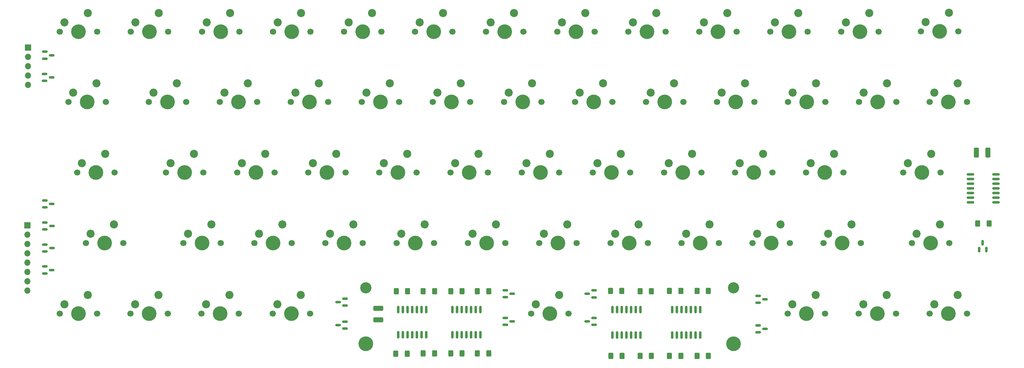
<source format=gbs>
G04 #@! TF.GenerationSoftware,KiCad,Pcbnew,6.0.11+dfsg-1*
G04 #@! TF.CreationDate,2025-04-29T08:55:15+02:00*
G04 #@! TF.ProjectId,zx-cherry-keyboard,7a782d63-6865-4727-9279-2d6b6579626f,1.1*
G04 #@! TF.SameCoordinates,Original*
G04 #@! TF.FileFunction,Soldermask,Bot*
G04 #@! TF.FilePolarity,Negative*
%FSLAX46Y46*%
G04 Gerber Fmt 4.6, Leading zero omitted, Abs format (unit mm)*
G04 Created by KiCad (PCBNEW 6.0.11+dfsg-1) date 2025-04-29 08:55:15*
%MOMM*%
%LPD*%
G01*
G04 APERTURE LIST*
G04 Aperture macros list*
%AMRoundRect*
0 Rectangle with rounded corners*
0 $1 Rounding radius*
0 $2 $3 $4 $5 $6 $7 $8 $9 X,Y pos of 4 corners*
0 Add a 4 corners polygon primitive as box body*
4,1,4,$2,$3,$4,$5,$6,$7,$8,$9,$2,$3,0*
0 Add four circle primitives for the rounded corners*
1,1,$1+$1,$2,$3*
1,1,$1+$1,$4,$5*
1,1,$1+$1,$6,$7*
1,1,$1+$1,$8,$9*
0 Add four rect primitives between the rounded corners*
20,1,$1+$1,$2,$3,$4,$5,0*
20,1,$1+$1,$4,$5,$6,$7,0*
20,1,$1+$1,$6,$7,$8,$9,0*
20,1,$1+$1,$8,$9,$2,$3,0*%
G04 Aperture macros list end*
%ADD10C,1.700000*%
%ADD11C,4.000000*%
%ADD12C,2.200000*%
%ADD13C,3.050000*%
%ADD14RoundRect,0.250000X0.400000X0.625000X-0.400000X0.625000X-0.400000X-0.625000X0.400000X-0.625000X0*%
%ADD15RoundRect,0.150000X-0.150000X0.837500X-0.150000X-0.837500X0.150000X-0.837500X0.150000X0.837500X0*%
%ADD16RoundRect,0.150000X-0.587500X-0.150000X0.587500X-0.150000X0.587500X0.150000X-0.587500X0.150000X0*%
%ADD17RoundRect,0.150000X0.587500X0.150000X-0.587500X0.150000X-0.587500X-0.150000X0.587500X-0.150000X0*%
%ADD18R,1.700000X1.700000*%
%ADD19O,1.700000X1.700000*%
%ADD20RoundRect,0.150000X-0.837500X-0.150000X0.837500X-0.150000X0.837500X0.150000X-0.837500X0.150000X0*%
%ADD21RoundRect,0.250000X1.100000X-0.412500X1.100000X0.412500X-1.100000X0.412500X-1.100000X-0.412500X0*%
%ADD22RoundRect,0.150000X0.150000X-0.587500X0.150000X0.587500X-0.150000X0.587500X-0.150000X-0.587500X0*%
%ADD23RoundRect,0.250000X-0.412500X-1.100000X0.412500X-1.100000X0.412500X1.100000X-0.412500X1.100000X0*%
G04 APERTURE END LIST*
D10*
X212710000Y-105560000D03*
D11*
X207630000Y-105560000D03*
D10*
X202550000Y-105560000D03*
D12*
X210170000Y-100480000D03*
X203820000Y-103020000D03*
D10*
X188090000Y-124760000D03*
D11*
X193170000Y-124760000D03*
D10*
X198250000Y-124760000D03*
D12*
X195710000Y-119680000D03*
X189360000Y-122220000D03*
D10*
X328570000Y-163150000D03*
X318410000Y-163150000D03*
D11*
X323490000Y-163150000D03*
D12*
X326030000Y-158070000D03*
X319680000Y-160610000D03*
D10*
X320820000Y-105530000D03*
D11*
X325900000Y-105530000D03*
D10*
X330980000Y-105530000D03*
D12*
X328440000Y-100450000D03*
X322090000Y-102990000D03*
D10*
X116070000Y-182380000D03*
X105910000Y-182380000D03*
D11*
X110990000Y-182380000D03*
D12*
X113530000Y-177300000D03*
X107180000Y-179840000D03*
D10*
X203060000Y-143940000D03*
D11*
X197980000Y-143940000D03*
D10*
X192900000Y-143940000D03*
D12*
X200520000Y-138860000D03*
X194170000Y-141400000D03*
D10*
X125350000Y-105560000D03*
X135510000Y-105560000D03*
D11*
X130430000Y-105560000D03*
D12*
X132970000Y-100480000D03*
X126620000Y-103020000D03*
D10*
X173500000Y-143940000D03*
D11*
X178580000Y-143940000D03*
D10*
X183660000Y-143940000D03*
D12*
X181120000Y-138860000D03*
X174770000Y-141400000D03*
D11*
X173830000Y-124760000D03*
D10*
X168750000Y-124760000D03*
X178910000Y-124760000D03*
D12*
X176370000Y-119680000D03*
X170020000Y-122220000D03*
D11*
X163980000Y-163160000D03*
D10*
X158900000Y-163160000D03*
X169060000Y-163160000D03*
D12*
X166520000Y-158080000D03*
X160170000Y-160620000D03*
D10*
X145060000Y-143960000D03*
D11*
X139980000Y-143960000D03*
D10*
X134900000Y-143960000D03*
D12*
X142520000Y-138880000D03*
X136170000Y-141420000D03*
D10*
X284650000Y-124760000D03*
X294810000Y-124760000D03*
D11*
X289730000Y-124760000D03*
D12*
X292270000Y-119680000D03*
X285920000Y-122220000D03*
D10*
X275020000Y-163150000D03*
D11*
X280100000Y-163150000D03*
D10*
X285180000Y-163150000D03*
D12*
X282640000Y-158070000D03*
X276290000Y-160610000D03*
D10*
X212300000Y-143940000D03*
X222460000Y-143940000D03*
D11*
X217380000Y-143940000D03*
D12*
X219920000Y-138860000D03*
X213570000Y-141400000D03*
D10*
X326210000Y-143930000D03*
D11*
X321130000Y-143930000D03*
D10*
X316050000Y-143930000D03*
D12*
X323670000Y-138850000D03*
X317320000Y-141390000D03*
D13*
X169880000Y-175360000D03*
D11*
X169880000Y-190600000D03*
X269880000Y-190600000D03*
D10*
X214800000Y-182360000D03*
X224960000Y-182360000D03*
D11*
X219880000Y-182360000D03*
D13*
X269880000Y-175360000D03*
D12*
X222420000Y-177280000D03*
X216070000Y-179820000D03*
D11*
X115930000Y-124760000D03*
D10*
X121010000Y-124760000D03*
X110850000Y-124760000D03*
D12*
X118470000Y-119680000D03*
X112120000Y-122220000D03*
D11*
X284930000Y-105560000D03*
D10*
X290010000Y-105560000D03*
X279850000Y-105560000D03*
D12*
X287470000Y-100480000D03*
X281120000Y-103020000D03*
D10*
X303950000Y-124760000D03*
D11*
X309030000Y-124760000D03*
D10*
X314110000Y-124760000D03*
D12*
X311570000Y-119680000D03*
X305220000Y-122220000D03*
D10*
X159610000Y-124760000D03*
D11*
X154530000Y-124760000D03*
D10*
X149450000Y-124760000D03*
D12*
X157070000Y-119680000D03*
X150720000Y-122220000D03*
D11*
X304230000Y-105560000D03*
D10*
X299150000Y-105560000D03*
X309310000Y-105560000D03*
D12*
X306770000Y-100480000D03*
X300420000Y-103020000D03*
D10*
X164360000Y-143940000D03*
D11*
X159280000Y-143940000D03*
D10*
X154200000Y-143940000D03*
D12*
X161820000Y-138860000D03*
X155470000Y-141400000D03*
D10*
X261160000Y-143940000D03*
D11*
X256080000Y-143940000D03*
D10*
X251000000Y-143940000D03*
D12*
X258620000Y-138860000D03*
X252270000Y-141400000D03*
D10*
X144600000Y-182360000D03*
X154760000Y-182360000D03*
D11*
X149680000Y-182360000D03*
D12*
X152220000Y-177280000D03*
X145870000Y-179820000D03*
D10*
X96800000Y-182350000D03*
D11*
X91720000Y-182350000D03*
D10*
X86640000Y-182350000D03*
D12*
X94260000Y-177270000D03*
X87910000Y-179810000D03*
D10*
X101560000Y-143950000D03*
D11*
X96480000Y-143950000D03*
D10*
X91400000Y-143950000D03*
D12*
X99020000Y-138870000D03*
X92670000Y-141410000D03*
D11*
X135230000Y-124760000D03*
D10*
X130150000Y-124760000D03*
X140310000Y-124760000D03*
D12*
X137770000Y-119680000D03*
X131420000Y-122220000D03*
D10*
X251410000Y-105560000D03*
X241250000Y-105560000D03*
D11*
X246330000Y-105560000D03*
D12*
X248870000Y-100480000D03*
X242520000Y-103020000D03*
D11*
X289680000Y-182370000D03*
D10*
X294760000Y-182370000D03*
X284600000Y-182370000D03*
D12*
X292220000Y-177290000D03*
X285870000Y-179830000D03*
D11*
X241480000Y-163160000D03*
D10*
X236400000Y-163160000D03*
X246560000Y-163160000D03*
D12*
X244020000Y-158080000D03*
X237670000Y-160620000D03*
D10*
X154810000Y-105560000D03*
X144650000Y-105560000D03*
D11*
X149730000Y-105560000D03*
D12*
X152270000Y-100480000D03*
X145920000Y-103020000D03*
D10*
X265350000Y-124760000D03*
X275510000Y-124760000D03*
D11*
X270430000Y-124760000D03*
D12*
X272970000Y-119680000D03*
X266620000Y-122220000D03*
D10*
X130400000Y-163180000D03*
X120240000Y-163180000D03*
D11*
X125320000Y-163180000D03*
D12*
X127860000Y-158100000D03*
X121510000Y-160640000D03*
D11*
X111070000Y-105580000D03*
D10*
X116150000Y-105580000D03*
X105990000Y-105580000D03*
D12*
X113610000Y-100500000D03*
X107260000Y-103040000D03*
D10*
X178300000Y-163160000D03*
D11*
X183380000Y-163160000D03*
D10*
X188460000Y-163160000D03*
D12*
X185920000Y-158080000D03*
X179570000Y-160620000D03*
D10*
X299790000Y-143940000D03*
D11*
X294710000Y-143940000D03*
D10*
X289630000Y-143940000D03*
D12*
X297250000Y-138860000D03*
X290900000Y-141400000D03*
D11*
X144670000Y-163140000D03*
D10*
X149750000Y-163140000D03*
X139590000Y-163140000D03*
D12*
X147210000Y-158060000D03*
X140860000Y-160600000D03*
D11*
X169030000Y-105560000D03*
D10*
X174110000Y-105560000D03*
X163950000Y-105560000D03*
D12*
X171570000Y-100480000D03*
X165220000Y-103020000D03*
D10*
X256210000Y-124760000D03*
X246050000Y-124760000D03*
D11*
X251130000Y-124760000D03*
D12*
X253670000Y-119680000D03*
X247320000Y-122220000D03*
D10*
X270710000Y-105560000D03*
X260550000Y-105560000D03*
D11*
X265630000Y-105560000D03*
D12*
X268170000Y-100480000D03*
X261820000Y-103020000D03*
D11*
X91730000Y-105560000D03*
D10*
X86650000Y-105560000D03*
X96810000Y-105560000D03*
D12*
X94270000Y-100480000D03*
X87920000Y-103020000D03*
D10*
X207450000Y-124760000D03*
D11*
X212530000Y-124760000D03*
D10*
X217610000Y-124760000D03*
D12*
X215070000Y-119680000D03*
X208720000Y-122220000D03*
D10*
X232110000Y-105560000D03*
X221950000Y-105560000D03*
D11*
X227030000Y-105560000D03*
D12*
X229570000Y-100480000D03*
X223220000Y-103020000D03*
D10*
X270330000Y-143940000D03*
X280490000Y-143940000D03*
D11*
X275410000Y-143940000D03*
D12*
X277950000Y-138860000D03*
X271600000Y-141400000D03*
D10*
X103940000Y-163160000D03*
X93780000Y-163160000D03*
D11*
X98860000Y-163160000D03*
D12*
X101400000Y-158080000D03*
X95050000Y-160620000D03*
D10*
X323200000Y-124760000D03*
D11*
X328280000Y-124760000D03*
D10*
X333360000Y-124760000D03*
D12*
X330820000Y-119680000D03*
X324470000Y-122220000D03*
D10*
X231640000Y-143940000D03*
X241800000Y-143940000D03*
D11*
X236720000Y-143940000D03*
D12*
X239260000Y-138860000D03*
X232910000Y-141400000D03*
D10*
X227160000Y-163160000D03*
X217000000Y-163160000D03*
D11*
X222080000Y-163160000D03*
D12*
X224620000Y-158080000D03*
X218270000Y-160620000D03*
D11*
X120620000Y-143960000D03*
D10*
X125700000Y-143960000D03*
X115540000Y-143960000D03*
D12*
X123160000Y-138880000D03*
X116810000Y-141420000D03*
D10*
X323200000Y-182370000D03*
D11*
X328280000Y-182370000D03*
D10*
X333360000Y-182370000D03*
D12*
X330820000Y-177290000D03*
X324470000Y-179830000D03*
D11*
X260790000Y-163160000D03*
D10*
X265870000Y-163160000D03*
X255710000Y-163160000D03*
D12*
X263330000Y-158080000D03*
X256980000Y-160620000D03*
D11*
X308970000Y-182370000D03*
D10*
X303890000Y-182370000D03*
X314050000Y-182370000D03*
D12*
X311510000Y-177290000D03*
X305160000Y-179830000D03*
D10*
X226750000Y-124760000D03*
X236910000Y-124760000D03*
D11*
X231830000Y-124760000D03*
D12*
X234370000Y-119680000D03*
X228020000Y-122220000D03*
D10*
X304480000Y-163150000D03*
X294320000Y-163150000D03*
D11*
X299400000Y-163150000D03*
D12*
X301940000Y-158070000D03*
X295590000Y-160610000D03*
D11*
X94130000Y-124760000D03*
D10*
X89050000Y-124760000D03*
X99210000Y-124760000D03*
D12*
X96670000Y-119680000D03*
X90320000Y-122220000D03*
D10*
X207800000Y-163160000D03*
X197640000Y-163160000D03*
D11*
X202720000Y-163160000D03*
D12*
X205260000Y-158080000D03*
X198910000Y-160620000D03*
D11*
X188330000Y-105560000D03*
D10*
X193410000Y-105560000D03*
X183250000Y-105560000D03*
D12*
X190870000Y-100480000D03*
X184520000Y-103020000D03*
D10*
X125200000Y-182360000D03*
D11*
X130280000Y-182360000D03*
D10*
X135360000Y-182360000D03*
D12*
X132820000Y-177280000D03*
X126470000Y-179820000D03*
D14*
X247550000Y-193920000D03*
X244450000Y-193920000D03*
X181120000Y-193270000D03*
X178020000Y-193270000D03*
D15*
X253190000Y-181287500D03*
X254460000Y-181287500D03*
X255730000Y-181287500D03*
X257000000Y-181287500D03*
X258270000Y-181287500D03*
X259540000Y-181287500D03*
X260810000Y-181287500D03*
X260810000Y-188212500D03*
X259540000Y-188212500D03*
X258270000Y-188212500D03*
X257000000Y-188212500D03*
X255730000Y-188212500D03*
X254460000Y-188212500D03*
X253190000Y-188212500D03*
D16*
X276562500Y-179450000D03*
X276562500Y-177550000D03*
X278437500Y-178500000D03*
D14*
X263050000Y-176200000D03*
X259950000Y-176200000D03*
X263050000Y-193920000D03*
X259950000Y-193920000D03*
D17*
X164187500Y-178300000D03*
X164187500Y-180200000D03*
X162312500Y-179250000D03*
X231950000Y-176050000D03*
X231950000Y-177950000D03*
X230075000Y-177000000D03*
D14*
X203300000Y-176300000D03*
X200200000Y-176300000D03*
X196050000Y-176310000D03*
X192950000Y-176310000D03*
X181240000Y-176310000D03*
X178140000Y-176310000D03*
X339350000Y-157800000D03*
X336250000Y-157800000D03*
X196050000Y-193250000D03*
X192950000Y-193250000D03*
D16*
X276542500Y-187500000D03*
X276542500Y-185600000D03*
X278417500Y-186550000D03*
X82542500Y-119010000D03*
X82542500Y-117110000D03*
X84417500Y-118060000D03*
X82562500Y-153450000D03*
X82562500Y-151550000D03*
X84437500Y-152500000D03*
D14*
X203300000Y-193250000D03*
X200200000Y-193250000D03*
D16*
X207812500Y-185450000D03*
X207812500Y-183550000D03*
X209687500Y-184500000D03*
D18*
X78000000Y-109950000D03*
D19*
X78000000Y-112490000D03*
X78000000Y-115030000D03*
X78000000Y-117570000D03*
X78000000Y-120110000D03*
D16*
X82572500Y-171450000D03*
X82572500Y-169550000D03*
X84447500Y-170500000D03*
D14*
X255550000Y-176200000D03*
X252450000Y-176200000D03*
D20*
X334337500Y-152110000D03*
X334337500Y-150840000D03*
X334337500Y-149570000D03*
X334337500Y-148300000D03*
X334337500Y-147030000D03*
X334337500Y-145760000D03*
X334337500Y-144490000D03*
X341262500Y-144490000D03*
X341262500Y-145760000D03*
X341262500Y-147030000D03*
X341262500Y-148300000D03*
X341262500Y-149570000D03*
X341262500Y-150840000D03*
X341262500Y-152110000D03*
D14*
X247550000Y-176250000D03*
X244450000Y-176250000D03*
D16*
X207812500Y-177910000D03*
X207812500Y-176010000D03*
X209687500Y-176960000D03*
X82625000Y-159450000D03*
X82625000Y-157550000D03*
X84500000Y-158500000D03*
D14*
X239570000Y-193940000D03*
X236470000Y-193940000D03*
X255550000Y-193920000D03*
X252450000Y-193920000D03*
D15*
X193440000Y-181257500D03*
X194710000Y-181257500D03*
X195980000Y-181257500D03*
X197250000Y-181257500D03*
X198520000Y-181257500D03*
X199790000Y-181257500D03*
X201060000Y-181257500D03*
X201060000Y-188182500D03*
X199790000Y-188182500D03*
X198520000Y-188182500D03*
X197250000Y-188182500D03*
X195980000Y-188182500D03*
X194710000Y-188182500D03*
X193440000Y-188182500D03*
X178720000Y-181257500D03*
X179990000Y-181257500D03*
X181260000Y-181257500D03*
X182530000Y-181257500D03*
X183800000Y-181257500D03*
X185070000Y-181257500D03*
X186340000Y-181257500D03*
X186340000Y-188182500D03*
X185070000Y-188182500D03*
X183800000Y-188182500D03*
X182530000Y-188182500D03*
X181260000Y-188182500D03*
X179990000Y-188182500D03*
X178720000Y-188182500D03*
D14*
X188550000Y-193250000D03*
X185450000Y-193250000D03*
D17*
X231937500Y-183550000D03*
X231937500Y-185450000D03*
X230062500Y-184500000D03*
D14*
X239490000Y-176190000D03*
X236390000Y-176190000D03*
D21*
X173250000Y-184062500D03*
X173250000Y-180937500D03*
D22*
X338580000Y-164980000D03*
X336680000Y-164980000D03*
X337630000Y-163105000D03*
D15*
X236940000Y-181287500D03*
X238210000Y-181287500D03*
X239480000Y-181287500D03*
X240750000Y-181287500D03*
X242020000Y-181287500D03*
X243290000Y-181287500D03*
X244560000Y-181287500D03*
X244560000Y-188212500D03*
X243290000Y-188212500D03*
X242020000Y-188212500D03*
X240750000Y-188212500D03*
X239480000Y-188212500D03*
X238210000Y-188212500D03*
X236940000Y-188212500D03*
D14*
X188550000Y-176330000D03*
X185450000Y-176330000D03*
D17*
X164230000Y-184550000D03*
X164230000Y-186450000D03*
X162355000Y-185500000D03*
D16*
X82562500Y-112950000D03*
X82562500Y-111050000D03*
X84437500Y-112000000D03*
D23*
X335937500Y-138500000D03*
X339062500Y-138500000D03*
D18*
X77875000Y-158335000D03*
D19*
X77875000Y-160875000D03*
X77875000Y-163415000D03*
X77875000Y-165955000D03*
X77875000Y-168495000D03*
X77875000Y-171035000D03*
X77875000Y-173575000D03*
X77875000Y-176115000D03*
D16*
X82625000Y-165450000D03*
X82625000Y-163550000D03*
X84500000Y-164500000D03*
M02*

</source>
